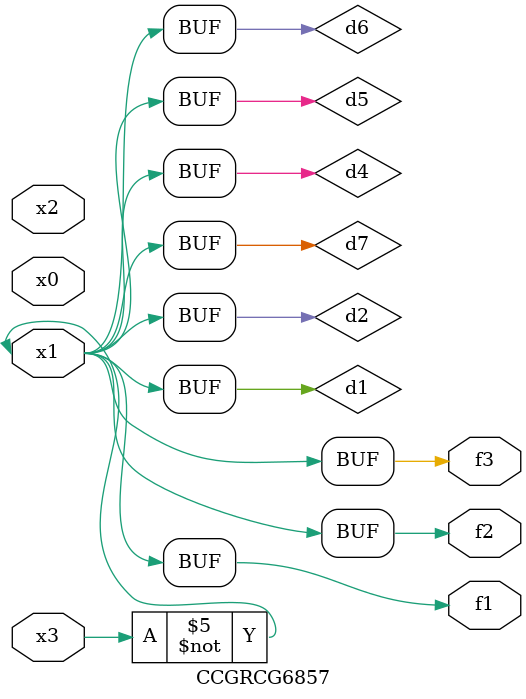
<source format=v>
module CCGRCG6857(
	input x0, x1, x2, x3,
	output f1, f2, f3
);

	wire d1, d2, d3, d4, d5, d6, d7;

	not (d1, x3);
	buf (d2, x1);
	xnor (d3, d1, d2);
	nor (d4, d1);
	buf (d5, d1, d2);
	buf (d6, d4, d5);
	nand (d7, d4);
	assign f1 = d6;
	assign f2 = d7;
	assign f3 = d6;
endmodule

</source>
